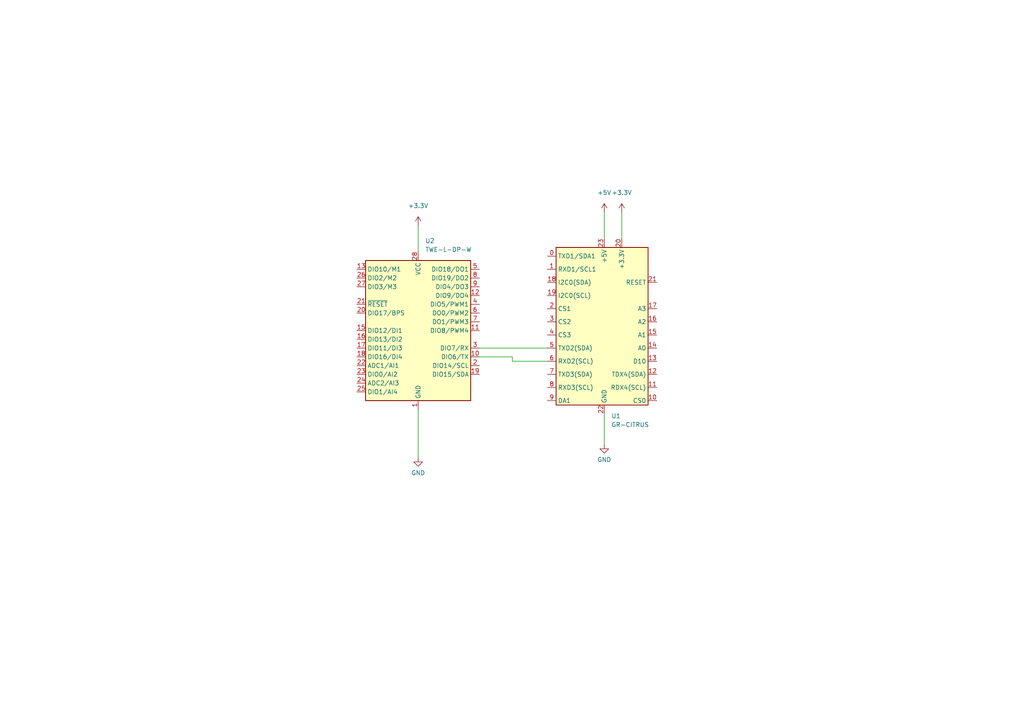
<source format=kicad_sch>
(kicad_sch (version 20211123) (generator eeschema)
  (paper "A4")
  (title_block (title "2WheelRobo_sub") (date "2022-12-28") (company "Tanaka Ryugo"))
  (lib_symbols
    (symbol "MY_Library:GR-CITRUS"
      (property "Reference" "U" (at 15.24 -24.13 0))
      (property "Value" "GR-CITRUS" (at 25.4 -24.13 0))
      (symbol "GR-CITRUS_0_0"
        (pin bidirectional line (at -16.51 1.27 0) (length 2.54) (name "CS2") (number "3"))
        (pin bidirectional line (at -16.51 -2.54 0) (length 2.54) (name "CS3") (number "4"))
      )
      (symbol "GR-CITRUS_0_1"
        (rectangle (start -13.97 22.86) (end 12.7 -22.86) (stroke (width 0.254)) (fill (type background)))
      )
      (symbol "GR-CITRUS_1_1"
        (pin bidirectional line (at -16.51 20.32 0) (length 2.54) (name "TXD1/SDA1") (number "0"))
        (pin bidirectional line (at -16.51 16.51 0) (length 2.54) (name "RXD1/SCL1") (number "1"))
        (pin bidirectional line (at 15.24 -21.59 180) (length 2.54) (name "CS0") (number "10"))
        (pin bidirectional line (at 15.24 -17.78 180) (length 2.54) (name "RDX4(SCL)") (number "11"))
        (pin bidirectional line (at 15.24 -13.97 180) (length 2.54) (name "TDX4(SDA)") (number "12"))
        (pin bidirectional line (at 15.24 -10.16 180) (length 2.54) (name "D10") (number "13"))
        (pin bidirectional line (at 15.24 -6.35 180) (length 2.54) (name "A0") (number "14"))
        (pin bidirectional line (at 15.24 -2.54 180) (length 2.54) (name "A1") (number "15"))
        (pin bidirectional line (at 15.24 1.27 180) (length 2.54) (name "A2") (number "16"))
        (pin bidirectional line (at 15.24 5.08 180) (length 2.54) (name "A3") (number "17"))
        (pin bidirectional line (at -16.51 12.7 0) (length 2.54) (name "I2C0(SDA)") (number "18"))
        (pin bidirectional line (at -16.51 8.89 0) (length 2.54) (name "I2C0(SCL)") (number "19"))
        (pin bidirectional line (at -16.51 5.08 0) (length 2.54) (name "CS1") (number "2"))
        (pin power_out line (at 5.08 25.4 270) (length 2.54) (name "+3.3V") (number "20"))
        (pin bidirectional line (at 15.24 12.7 180) (length 2.54) (name "RESET") (number "21"))
        (pin power_out line (at 0 -25.4 90) (length 2.54) (name "GND") (number "22"))
        (pin power_in line (at 0 25.4 270) (length 2.54) (name "+5V") (number "23"))
        (pin bidirectional line (at -16.51 -6.35 0) (length 2.54) (name "TXD2(SDA)") (number "5"))
        (pin bidirectional line (at -16.51 -10.16 0) (length 2.54) (name "RXD2(SCL)") (number "6"))
        (pin bidirectional line (at -16.51 -13.97 0) (length 2.54) (name "TXD3(SDA)") (number "7"))
        (pin bidirectional line (at -16.51 -17.78 0) (length 2.54) (name "RXD3(SCL)") (number "8"))
        (pin bidirectional line (at -16.51 -21.59 0) (length 2.54) (name "DA1") (number "9"))
      )
    )
    (symbol "RF_ZigBee:TWE-L-DP-W"
      (property "Reference" "U" (at -11.43 21.59 0))
      (property "Value" "TWE-L-DP-W" (at 7.62 21.59 0))
      (symbol "TWE-L-DP-W_1_0"
        (rectangle (start -15.24 -20.32) (end 15.24 20.32) (stroke (width 0.254)) (fill (type background)))
      )
      (symbol "TWE-L-DP-W_1_1"
        (pin power_in line (at 0 -22.86 90) (length 2.54) (name "GND") (number "1"))
        (pin bidirectional line (at 17.78 -7.62 180) (length 2.54) (name "DIO6/TX") (number "10"))
        (pin bidirectional line (at 17.78 0 180) (length 2.54) (name "DIO8/PWM4") (number "11"))
        (pin bidirectional line (at 17.78 10.16 180) (length 2.54) (name "DIO9/DO4") (number "12"))
        (pin bidirectional line (at -17.78 17.78 0) (length 2.54) (name "DIO10/M1") (number "13"))
        (pin passive line (at 0 -22.86 90) (length 2.54) hide (name "GND") (number "14"))
        (pin bidirectional line (at -17.78 0 0) (length 2.54) (name "DIO12/DI1") (number "15"))
        (pin bidirectional line (at -17.78 -2.54 0) (length 2.54) (name "DIO13/DI2") (number "16"))
        (pin bidirectional line (at -17.78 -5.08 0) (length 2.54) (name "DIO11/DI3") (number "17"))
        (pin bidirectional line (at -17.78 -7.62 0) (length 2.54) (name "DIO16/DI4") (number "18"))
        (pin bidirectional line (at 17.78 -12.7 180) (length 2.54) (name "DIO15/SDA") (number "19"))
        (pin bidirectional line (at 17.78 -10.16 180) (length 2.54) (name "DIO14/SCL") (number "2"))
        (pin bidirectional line (at -17.78 5.08 0) (length 2.54) (name "DIO17/BPS") (number "20"))
        (pin input line (at -17.78 7.62 0) (length 2.54) (name "~{RESET}") (number "21"))
        (pin input line (at -17.78 -10.16 0) (length 2.54) (name "ADC1/AI1") (number "22"))
        (pin bidirectional line (at -17.78 -12.7 0) (length 2.54) (name "DIO0/AI2") (number "23"))
        (pin input line (at -17.78 -15.24 0) (length 2.54) (name "ADC2/AI3") (number "24"))
        (pin bidirectional line (at -17.78 -17.78 0) (length 2.54) (name "DIO1/AI4") (number "25"))
        (pin bidirectional line (at -17.78 15.24 0) (length 2.54) (name "DIO2/M2") (number "26"))
        (pin bidirectional line (at -17.78 12.7 0) (length 2.54) (name "DIO3/M3") (number "27"))
        (pin power_in line (at 0 22.86 270) (length 2.54) (name "VCC") (number "28"))
        (pin bidirectional line (at 17.78 -5.08 180) (length 2.54) (name "DIO7/RX") (number "3"))
        (pin bidirectional line (at 17.78 7.62 180) (length 2.54) (name "DIO5/PWM1") (number "4"))
        (pin bidirectional line (at 17.78 17.78 180) (length 2.54) (name "DIO18/DO1") (number "5"))
        (pin output line (at 17.78 5.08 180) (length 2.54) (name "DO0/PWM2") (number "6"))
        (pin bidirectional line (at 17.78 2.54 180) (length 2.54) (name "DO1/PWM3") (number "7"))
        (pin bidirectional line (at 17.78 15.24 180) (length 2.54) (name "DIO19/DO2") (number "8"))
        (pin bidirectional line (at 17.78 12.7 180) (length 2.54) (name "DIO4/DO3") (number "9"))
      )
    )
    (symbol "power:+3.3V" (power) (pin_names (offset 0))
      (property "Value" "+3.3V" (at 0 3.556 0))
      (symbol "+3.3V_0_1"
        (polyline (pts (xy -0.762 1.27) (xy 0 2.54)))
        (polyline (pts (xy 0 0) (xy 0 2.54)))
        (polyline (pts (xy 0 2.54) (xy 0.762 1.27)))
      )
      (symbol "+3.3V_1_1"
        (pin power_in line (at 0 0 90) (length 0) hide (name "+3.3V") (number "1"))
      )
    )
    (symbol "power:+5V" (power) (pin_names (offset 0))
      (property "Value" "+5V" (at 0 3.556 0))
      (symbol "+5V_0_1"
        (polyline (pts (xy -0.762 1.27) (xy 0 2.54)))
        (polyline (pts (xy 0 0) (xy 0 2.54)))
        (polyline (pts (xy 0 2.54) (xy 0.762 1.27)))
      )
      (symbol "+5V_1_1"
        (pin power_in line (at 0 0 90) (length 0) hide (name "+5V") (number "1"))
      )
    )
    (symbol "power:GND" (power) (pin_names (offset 0))
      (property "Value" "GND" (at 0 -3.81 0))
      (symbol "GND_0_1"
        (polyline (pts (xy 0 0) (xy 0 -1.27) (xy 1.27 -1.27) (xy 0 -2.54) (xy -1.27 -1.27) (xy 0 -1.27)))
      )
      (symbol "GND_1_1"
        (pin power_in line (at 0 0 270) (length 0) hide (name "GND") (number "1"))
      )
    )
  )
  (wire (pts (xy 121.285 118.745) (xy 121.285 132.715)))
  (wire (pts (xy 148.59 103.505) (xy 148.59 104.775)))
  (wire (pts (xy 121.285 65.405) (xy 121.285 73.025)))
  (wire (pts (xy 139.065 103.505) (xy 148.59 103.505)))
  (wire (pts (xy 180.34 61.595) (xy 180.34 69.215)))
  (wire (pts (xy 175.26 61.595) (xy 175.26 69.215)))
  (wire (pts (xy 175.26 120.015) (xy 175.26 128.905)))
  (wire (pts (xy 139.065 100.965) (xy 158.75 100.965)))
  (wire (pts (xy 148.59 104.775) (xy 158.75 104.775)))
  (symbol (lib_id "power:+3.3V") (at 180.34 61.595 0) (unit 1)
    (property "Reference" "#PWR?" (effects hide))
    (property "Value" "+3.3V" (at 180.34 55.88 0))
  )
  (symbol (lib_id "power:GND") (at 121.285 132.715 0) (unit 1)
    (property "Reference" "#PWR?" (effects hide))
    (property "Value" "GND" (at 121.285 137.16 0))
  )
  (symbol (lib_id "RF_ZigBee:TWE-L-DP-W") (at 121.285 95.885 0) (unit 1)
    (property "Reference" "U2" (at 123.3044 69.85 0) (effects (justify left)))
    (property "Value" "TWE-L-DP-W" (at 123.3044 72.39 0) (effects (justify left)))
    (property "Footprint" "Package_DIP:DIP-28_W15.24mm" (effects hide))
    (property "Datasheet" "https://www.mono-wireless.com/jp/products/TWE-Lite-DIP/MW-PDS-TWELITEDIP-JP.pdf" (effects hide))
  )
  (symbol (lib_id "power:GND") (at 175.26 128.905 0) (unit 1)
    (property "Reference" "#PWR?" (effects hide))
    (property "Value" "GND" (at 175.26 133.35 0))
  )
  (symbol (lib_id "MY_Library:GR-CITRUS") (at 175.26 94.615 0) (unit 1)
    (property "Reference" "U1" (at 177.2794 120.65 0) (effects (justify left)))
    (property "Value" "GR-CITRUS" (at 177.2794 123.19 0) (effects (justify left)))
  )
  (symbol (lib_id "power:+5V") (at 175.26 61.595 0) (unit 1)
    (property "Reference" "#PWR?" (effects hide))
    (property "Value" "+5V" (at 175.26 55.88 0))
  )
  (symbol (lib_id "power:+3.3V") (at 121.285 65.405 0) (unit 1)
    (property "Reference" "#PWR?" (effects hide))
    (property "Value" "+3.3V" (at 121.285 59.69 0))
  )
)
</source>
